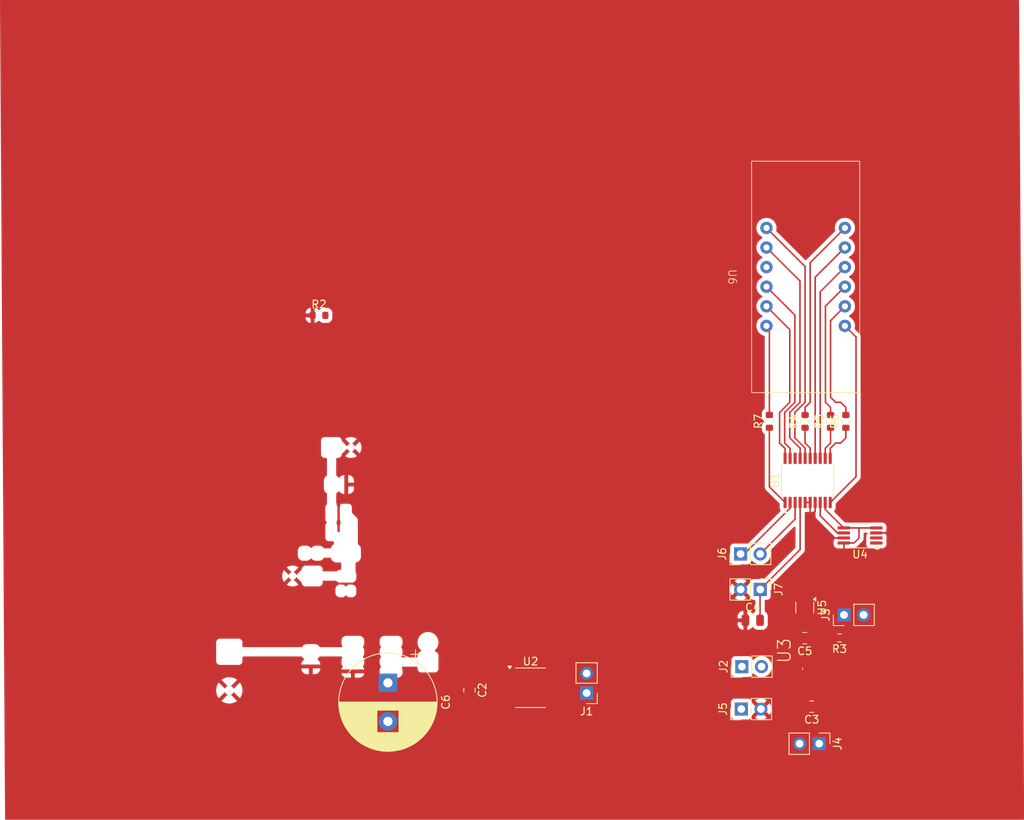
<source format=kicad_pcb>
(kicad_pcb (version 20241229) (generator "pcbnew") (generator_version "9.0")
  (layers (0 "F.Cu" signal) (2 "B.Cu" signal) (13 "F.Paste" user) (15 "B.Paste" user) (5 "F.SilkS" user "F.Silkscreen") (7 "B.SilkS" user "B.Silkscreen") (1 "F.Mask" user) (3 "B.Mask" user) (25 "Edge.Cuts" user))
  (net 0 "")
  (net 1 "GND")
  (net 2 "VCC_5V")
  (net 3 "VCC_3V3")
  (net 4 "Net-(U3--INA)")
  (net 5 "Net-(U3-OUTA)")
  (net 6 "Net-(J1-Pin_1)")
  (net 7 "Vin")
  (net 8 "Net-(R3-Pad1)")
  (net 9 "NRST")
  (net 10 "Net-(J2-Pin_2)")
  (net 11 "COMP_OUT")
  (net 12 "ADC_Control")
  (net 13 "Rx")
  (net 14 "Tx")
  (net 15 "DIG_12")
  (net 16 "DIG_9")
  (net 17 "DIG_8")
  (net 18 "DIG_6")
  (net 20 "DIG_C")
  (net 21 "DIG_A")
  (net 22 "DIG_B")
  (net 28 "Net-(U1-PC5)")
  (net 29 "Net-(U1-PC2)")
  (net 30 "DIG_G")
  (net 31 "DIG_E")
  (net 32 "SWIO")
  (net 33 "DIG_F")
  (net 34 "DIG_D")
  (net 35 "Net-(U1-PC1)")
  (net 36 "Net-(U1-PD4)")
  (footprint "Capacitor_SMD:C_0805_2012Metric" (layer "F.Cu") (at 197.54 137.7881 180)
    (property "Reference" "C3" (at 0 -1.68 0) (layer "F.SilkS"))
    (property "Value" "0.1u")
    (pad "1" smd roundrect (at -0.95 0 180) (size 1 1.45) (layers "F.Cu" "F.Mask" "F.Paste") (net 3 "VCC_3V3"))
    (pad "2" smd roundrect (at 0.95 0 180) (size 1 1.45) (layers "F.Cu" "F.Mask" "F.Paste") (net 1 "GND"))
  )
  (footprint "Connector_PinHeader_2.54mm:PinHeader_1x02_P2.54mm_Vertical" (layer "F.Cu") (at 201.725 125.9 90)
    (property "Reference" "J3" (at 0 -2.38 90) (layer "F.SilkS"))
    (property "Value" "Conn_01x02_Pin")
    (pad "1" thru_hole rect (at 0 0 90) (size 1.7 1.7) (drill 1) (layers "*.Cu" "*.Mask") (net 2 "VCC_5V"))
    (pad "2" thru_hole circle (at 0 2.54 90) (size 1.7 1.7) (drill 1) (layers "*.Cu" "*.Mask") (net 1 "GND"))
  )
  (footprint "Connector_PinHeader_2.54mm:PinHeader_1x02_P2.54mm_Vertical" (layer "F.Cu") (at 190.875 122.6 -90)
    (property "Reference" "J7" (at 0 -2.38 90) (layer "F.SilkS"))
    (property "Value" "Conn_01x02_Pin")
    (pad "1" thru_hole rect (at 0 0 270) (size 1.7 1.7) (drill 1) (layers "*.Cu" "*.Mask") (net 9 "NRST"))
    (pad "2" thru_hole circle (at 0 2.54 270) (size 1.7 1.7) (drill 1) (layers "*.Cu" "*.Mask") (net 1 "GND"))
  )
  (footprint "Package_SO:TSSOP-20_4.4x6.5mm_P0.65mm" (layer "F.Cu") (at 197.015 108.4625 90)
    (property "Reference" "U1" (at 0 -4.2 90) (layer "F.SilkS"))
    (property "Value" "CH32V003FxPx" (hide yes))
    (pad "1" smd roundrect (at -2.8625 -2.925 90) (size 1.475 0.4) (layers "F.Cu" "F.Mask" "F.Paste") (net 36 "Net-(U1-PD4)"))
    (pad "2" smd roundrect (at -2.8625 -2.275 90) (size 1.475 0.4) (layers "F.Cu" "F.Mask" "F.Paste") (net 14 "Tx"))
    (pad "3" smd roundrect (at -2.8625 -1.625 90) (size 1.475 0.4) (layers "F.Cu" "F.Mask" "F.Paste") (net 13 "Rx"))
    (pad "4" smd roundrect (at -2.8625 -0.975 90) (size 1.475 0.4) (layers "F.Cu" "F.Mask" "F.Paste") (net 9 "NRST"))
    (pad "5" smd roundrect (at -2.8625 -0.325 90) (size 1.475 0.4) (layers "F.Cu" "F.Mask" "F.Paste") (net 11 "COMP_OUT"))
    (pad "6" smd roundrect (at -2.8625 0.325 90) (size 1.475 0.4) (layers "F.Cu" "F.Mask" "F.Paste") (net 11 "COMP_OUT"))
    (pad "7" smd roundrect (at -2.8625 0.975 90) (size 1.475 0.4) (layers "F.Cu" "F.Mask" "F.Paste") (net 1 "GND"))
    (pad "8" smd roundrect (at -2.8625 1.625 90) (size 1.475 0.4) (layers "F.Cu" "F.Mask" "F.Paste") (net 12 "ADC_Control"))
    (pad "9" smd roundrect (at -2.8625 2.275 90) (size 1.475 0.4) (layers "F.Cu" "F.Mask" "F.Paste") (net 2 "VCC_5V"))
    (pad "10" smd roundrect (at -2.8625 2.925 90) (size 1.475 0.4) (layers "F.Cu" "F.Mask" "F.Paste") (net 22 "DIG_B"))
    (pad "11" smd roundrect (at 2.8625 2.925 90) (size 1.475 0.4) (layers "F.Cu" "F.Mask" "F.Paste") (net 35 "Net-(U1-PC1)"))
    (pad "12" smd roundrect (at 2.8625 2.275 90) (size 1.475 0.4) (layers "F.Cu" "F.Mask" "F.Paste") (net 29 "Net-(U1-PC2)"))
    (pad "13" smd roundrect (at 2.8625 1.625 90) (size 1.475 0.4) (layers "F.Cu" "F.Mask" "F.Paste") (net 33 "DIG_F"))
    (pad "14" smd roundrect (at 2.8625 0.975 90) (size 1.475 0.4) (layers "F.Cu" "F.Mask" "F.Paste") (net 21 "DIG_A"))
    (pad "15" smd roundrect (at 2.8625 0.325 90) (size 1.475 0.4) (layers "F.Cu" "F.Mask" "F.Paste") (net 28 "Net-(U1-PC5)"))
    (pad "16" smd roundrect (at 2.8625 -0.325 90) (size 1.475 0.4) (layers "F.Cu" "F.Mask" "F.Paste") (net 31 "DIG_E"))
    (pad "17" smd roundrect (at 2.8625 -0.975 90) (size 1.475 0.4) (layers "F.Cu" "F.Mask" "F.Paste") (net 34 "DIG_D"))
    (pad "18" smd roundrect (at 2.8625 -1.625 90) (size 1.475 0.4) (layers "F.Cu" "F.Mask" "F.Paste") (net 32 "SWIO"))
    (pad "19" smd roundrect (at 2.8625 -2.275 90) (size 1.475 0.4) (layers "F.Cu" "F.Mask" "F.Paste") (net 20 "DIG_C"))
    (pad "20" smd roundrect (at 2.8625 -2.925 90) (size 1.475 0.4) (layers "F.Cu" "F.Mask" "F.Paste") (net 30 "DIG_G"))
  )
  (footprint "Capacitor_THT:CP_Radial_D12.5mm_P5.00mm" (layer "F.Cu") (at 142.645 134.7 -90)
    (property "Reference" "C6" (at 2.5 -7.5 90) (layer "F.SilkS"))
    (property "Value" "100u")
    (pad "1" thru_hole rect (at 0 0 270) (size 2.4 2.4) (drill 1.2) (layers "*.Cu" "*.Mask") (net 2 "VCC_5V"))
    (pad "2" thru_hole circle (at 5 0 270) (size 2.4 2.4) (drill 1.2) (layers "*.Cu" "*.Mask") (net 1 "GND"))
  )
  (footprint "Package_TO_SOT_SMD:SOT-363_SC-70-6" (layer "F.Cu") (at 196.64 124.95 -90)
    (property "Reference" "U5" (at 0 -2.25 90) (layer "F.SilkS"))
    (property "Value" "LTC6752xSC6-4")
    (pad "1" smd roundrect (at -0.95 -0.65 270) (size 0.65 0.4) (layers "F.Cu" "F.Mask" "F.Paste") (net 11 "COMP_OUT"))
    (pad "2" smd roundrect (at -0.95 0 270) (size 0.65 0.4) (layers "F.Cu" "F.Mask" "F.Paste") (net 1 "GND"))
    (pad "3" smd roundrect (at -0.95 0.65 270) (size 0.65 0.4) (layers "F.Cu" "F.Mask" "F.Paste") (net 3 "VCC_3V3"))
    (pad "4" smd roundrect (at 0.95 0.65 270) (size 0.65 0.4) (layers "F.Cu" "F.Mask" "F.Paste") (net 5 "Net-(U3-OUTA)"))
    (pad "5" smd roundrect (at 0.95 0 270) (size 0.65 0.4) (layers "F.Cu" "F.Mask" "F.Paste") (net 2 "VCC_5V"))
    (pad "6" smd roundrect (at 0.95 -0.65 270) (size 0.65 0.4) (layers "F.Cu" "F.Mask" "F.Paste") (net 2 "VCC_5V"))
  )
  (footprint "Connector_PinHeader_2.54mm:PinHeader_1x02_P2.54mm_Vertical" (layer "F.Cu") (at 198.515 142.5881 -90)
    (property "Reference" "J4" (at 0 -2.38 90) (layer "F.SilkS"))
    (property "Value" "Conn_01x02_Pin")
    (pad "1" thru_hole rect (at 0 0 270) (size 1.7 1.7) (drill 1) (layers "*.Cu" "*.Mask") (net 3 "VCC_3V3"))
    (pad "2" thru_hole circle (at 0 2.54 270) (size 1.7 1.7) (drill 1) (layers "*.Cu" "*.Mask") (net 1 "GND"))
  )
  (footprint "Capacitor_SMD:C_0805_2012Metric" (layer "F.Cu") (at 189.9 126.6)
    (property "Reference" "C4" (at 0 -1.68 0) (layer "F.SilkS"))
    (property "Value" "0.1u")
    (pad "1" smd roundrect (at -0.95 0) (size 1 1.45) (layers "F.Cu" "F.Mask" "F.Paste") (net 1 "GND"))
    (pad "2" smd roundrect (at 0.95 0) (size 1 1.45) (layers "F.Cu" "F.Mask" "F.Paste") (net 9 "NRST"))
  )
  (footprint "Capacitor_SMD:C_0805_2012Metric" (layer "F.Cu") (at 153.205 135.65 -90)
    (property "Reference" "C2" (at 0 -1.68 90) (layer "F.SilkS"))
    (property "Value" "0.1u")
    (pad "1" smd roundrect (at -0.95 0 270) (size 1 1.45) (layers "F.Cu" "F.Mask" "F.Paste") (net 2 "VCC_5V"))
    (pad "2" smd roundrect (at 0.95 0 270) (size 1 1.45) (layers "F.Cu" "F.Mask" "F.Paste") (net 1 "GND"))
  )
  (footprint "Connector_PinHeader_2.54mm:PinHeader_1x02_P2.54mm_Vertical" (layer "F.Cu") (at 188.325 118 90)
    (property "Reference" "J6" (at 0 -2.38 90) (layer "F.SilkS"))
    (property "Value" "Conn_01x02_Pin")
    (pad "1" thru_hole rect (at 0 0 90) (size 1.7 1.7) (drill 1) (layers "*.Cu" "*.Mask") (net 14 "Tx"))
    (pad "2" thru_hole circle (at 0 2.54 90) (size 1.7 1.7) (drill 1) (layers "*.Cu" "*.Mask") (net 13 "Rx"))
  )
  (footprint "Resistor_SMD:R_0603_1608Metric" (layer "F.Cu") (at 201.14 128.8881 180)
    (property "Reference" "R3" (at 0 -1.43 0) (layer "F.SilkS"))
    (property "Value" "100k")
    (pad "1" smd roundrect (at -0.825 0 180) (size 0.8 0.95) (layers "F.Cu" "F.Mask" "F.Paste") (net 8 "Net-(R3-Pad1)"))
    (pad "2" smd roundrect (at 0.825 0 180) (size 0.8 0.95) (layers "F.Cu" "F.Mask" "F.Paste") (net 4 "Net-(U3--INA)"))
  )
  (footprint "Resistor_SMD:R_0603_1608Metric" (layer "F.Cu") (at 196.68 100.815 90)
    (property "Reference" "R4" (at 0 -1.43 90) (layer "F.SilkS"))
    (property "Value" "330")
    (pad "1" smd roundrect (at -0.825 0 90) (size 0.8 0.95) (layers "F.Cu" "F.Mask" "F.Paste") (net 28 "Net-(U1-PC5)"))
    (pad "2" smd roundrect (at 0.825 0 90) (size 0.8 0.95) (layers "F.Cu" "F.Mask" "F.Paste") (net 15 "DIG_12"))
  )
  (footprint "Package_SO:SOIC-8_3.9x4.9mm_P1.27mm" (layer "F.Cu") (at 161.125 135.335)
    (property "Reference" "U2" (at 0 -3.4 0) (layer "F.SilkS"))
    (property "Value" "ADR4533")
    (pad "1" smd roundrect (at -2.475 -1.905) (size 1.95 0.6) (layers "F.Cu" "F.Mask" "F.Paste"))
    (pad "2" smd roundrect (at -2.475 -0.635) (size 1.95 0.6) (layers "F.Cu" "F.Mask" "F.Paste") (net 2 "VCC_5V"))
    (pad "3" smd roundrect (at -2.475 0.635) (size 1.95 0.6) (layers "F.Cu" "F.Mask" "F.Paste"))
    (pad "4" smd roundrect (at -2.475 1.905) (size 1.95 0.6) (layers "F.Cu" "F.Mask" "F.Paste") (net 1 "GND"))
    (pad "5" smd roundrect (at 2.475 1.905) (size 1.95 0.6) (layers "F.Cu" "F.Mask" "F.Paste"))
    (pad "6" smd roundrect (at 2.475 0.635) (size 1.95 0.6) (layers "F.Cu" "F.Mask" "F.Paste") (net 6 "Net-(J1-Pin_1)"))
    (pad "7" smd roundrect (at 2.475 -0.635) (size 1.95 0.6) (layers "F.Cu" "F.Mask" "F.Paste"))
    (pad "8" smd roundrect (at 2.475 -1.905) (size 1.95 0.6) (layers "F.Cu" "F.Mask" "F.Paste"))
  )
  (footprint "Capacitor_SMD:C_0805_2012Metric" (layer "F.Cu") (at 196.64 128.91 180)
    (property "Reference" "C5" (at 0 -1.68 0) (layer "F.SilkS"))
    (property "Value" "130p")
    (pad "1" smd roundrect (at -0.95 0 180) (size 1 1.45) (layers "F.Cu" "F.Mask" "F.Paste") (net 4 "Net-(U3--INA)"))
    (pad "2" smd roundrect (at 0.95 0 180) (size 1 1.45) (layers "F.Cu" "F.Mask" "F.Paste") (net 5 "Net-(U3-OUTA)"))
  )
  (footprint "Resistor_SMD:R_0603_1608Metric" (layer "F.Cu") (at 199.98 100.815 90)
    (property "Reference" "R5" (at 0 -1.43 90) (layer "F.SilkS"))
    (property "Value" "330")
    (pad "1" smd roundrect (at -0.825 0 90) (size 0.8 0.95) (layers "F.Cu" "F.Mask" "F.Paste") (net 29 "Net-(U1-PC2)"))
    (pad "2" smd roundrect (at 0.825 0 90) (size 0.8 0.95) (layers "F.Cu" "F.Mask" "F.Paste") (net 16 "DIG_9"))
  )
  (footprint "footprints:SOT95P290X145-5N" (layer "F.Cu") (at 197.5798 132.87 90)
    (property "Reference" "U3" (at 2.340085 -3.586435 90) (layer "F.SilkS") (effects (font (size 1.642307 1.642307))))
    (property "Value" "AD8605ARTZ-R2")
    (pad "1" smd rect (at -1.1938 -0.9398 90) (size 1.4732 0.5588) (layers "F.Cu" "F.Mask" "F.Paste") (net 5 "Net-(U3-OUTA)"))
    (pad "2" smd rect (at -1.1938 0 90) (size 1.4732 0.5588) (layers "F.Cu" "F.Mask" "F.Paste") (net 1 "GND"))
    (pad "3" smd rect (at -1.1938 0.9398 90) (size 1.4732 0.5588) (layers "F.Cu" "F.Mask" "F.Paste") (net 3 "VCC_3V3"))
    (pad "4" smd rect (at 1.1938 0.9398 90) (size 1.4732 0.5588) (layers "F.Cu" "F.Mask" "F.Paste") (net 4 "Net-(U3--INA)"))
    (pad "5" smd rect (at 1.1938 -0.9398 90) (size 1.4732 0.5588) (layers "F.Cu" "F.Mask" "F.Paste") (net 2 "VCC_5V"))
  )
  (footprint "Package_SO:MSOP-8_3x3mm_P0.65mm" (layer "F.Cu") (at 203.8 115.6 180)
    (property "Reference" "U4" (at 0 -2.45 0) (layer "F.SilkS"))
    (property "Value" "ADG419BRM" (hide yes))
    (pad "1" smd roundrect (at -2.1125 -0.975 180) (size 1.625 0.4) (layers "F.Cu" "F.Mask" "F.Paste") (net 8 "Net-(R3-Pad1)"))
    (pad "2" smd roundrect (at -2.1125 -0.325 180) (size 1.625 0.4) (layers "F.Cu" "F.Mask" "F.Paste") (net 10 "Net-(J2-Pin_2)"))
    (pad "3" smd roundrect (at -2.1125 0.325 180) (size 1.625 0.4) (layers "F.Cu" "F.Mask" "F.Paste") (net 1 "GND"))
    (pad "4" smd roundrect (at -2.1125 0.975 180) (size 1.625 0.4) (layers "F.Cu" "F.Mask" "F.Paste") (net 2 "VCC_5V"))
    (pad "5" smd roundrect (at 2.1125 0.975 180) (size 1.625 0.4) (layers "F.Cu" "F.Mask" "F.Paste") (net 2 "VCC_5V"))
    (pad "6" smd roundrect (at 2.1125 0.325 180) (size 1.625 0.4) (layers "F.Cu" "F.Mask" "F.Paste") (net 12 "ADC_Control"))
    (pad "7" smd roundrect (at 2.1125 -0.325 180) (size 1.625 0.4) (layers "F.Cu" "F.Mask" "F.Paste") (net 1 "GND"))
    (pad "8" smd roundrect (at 2.1125 -0.975 180) (size 1.625 0.4) (layers "F.Cu" "F.Mask" "F.Paste") (net 2 "VCC_5V"))
  )
  (footprint "Connector_PinHeader_2.54mm:PinHeader_1x02_P2.54mm_Vertical" (layer "F.Cu") (at 188.425 138.1 90)
    (property "Reference" "J5" (at 0 -2.38 90) (layer "F.SilkS"))
    (property "Value" "Conn_01x02_Pin")
    (pad "1" thru_hole rect (at 0 0 90) (size 1.7 1.7) (drill 1) (layers "*.Cu" "*.Mask") (net 7 "Vin"))
    (pad "2" thru_hole circle (at 0 2.54 90) (size 1.7 1.7) (drill 1) (layers "*.Cu" "*.Mask") (net 1 "GND"))
  )
  (footprint "Resistor_SMD:R_0603_1608Metric" (layer "F.Cu") (at 192.06 100.815 90)
    (property "Reference" "R7" (at 0 -1.43 90) (layer "F.SilkS"))
    (property "Value" "330")
    (pad "1" smd roundrect (at -0.825 0 90) (size 0.8 0.95) (layers "F.Cu" "F.Mask" "F.Paste") (net 36 "Net-(U1-PD4)"))
    (pad "2" smd roundrect (at 0.825 0 90) (size 0.8 0.95) (layers "F.Cu" "F.Mask" "F.Paste") (net 18 "DIG_6"))
  )
  (footprint "3461BS_4Digit_7SegDisplay:3461BS_4Digit_7SegDisplay" (layer "F.Cu") (at 196.76 82.09 -90)
    (property "Reference" "U6" (at 0 9.5 270) (layer "F.SilkS") (effects (font (thickness 0.1))))
    (property "Value" "CA56-12EWA")
    (pad "1" thru_hole circle (at -6.35 5.08 270) (size 1.6 1.6) (drill 0.8) (layers "*.Cu" "*.Mask") (net 31 "DIG_E"))
    (pad "2" thru_hole circle (at -3.81 5.08 270) (size 1.6 1.6) (drill 0.8) (layers "*.Cu" "*.Mask") (net 34 "DIG_D"))
    (pad "3" thru_hole circle (at -1.27 5.08 270) (size 1.6 1.6) (drill 0.8) (layers "*.Cu" "*.Mask"))
    (pad "4" thru_hole circle (at 1.27 5.08 270) (size 1.6 1.6) (drill 0.8) (layers "*.Cu" "*.Mask") (net 20 "DIG_C"))
    (pad "5" thru_hole circle (at 3.81 5.08 270) (size 1.6 1.6) (drill 0.8) (layers "*.Cu" "*.Mask") (net 30 "DIG_G"))
    (pad "6" thru_hole circle (at 6.35 5.08 270) (size 1.6 1.6) (drill 0.8) (layers "*.Cu" "*.Mask") (net 18 "DIG_6"))
    (pad "7" thru_hole circle (at 6.35 -5.08 270) (size 1.6 1.6) (drill 0.8) (layers "*.Cu" "*.Mask") (net 22 "DIG_B"))
    (pad "8" thru_hole circle (at 3.81 -5.08 270) (size 1.6 1.6) (drill 0.8) (layers "*.Cu" "*.Mask") (net 17 "DIG_8"))
    (pad "9" thru_hole circle (at 1.27 -5.08 270) (size 1.6 1.6) (drill 0.8) (layers "*.Cu" "*.Mask") (net 16 "DIG_9"))
    (pad "10" thru_hole circle (at -1.27 -5.08 270) (size 1.6 1.6) (drill 0.8) (layers "*.Cu" "*.Mask") (net 33 "DIG_F"))
    (pad "11" thru_hole circle (at -3.81 -5.08 270) (size 1.6 1.6) (drill 0.8) (layers "*.Cu" "*.Mask") (net 21 "DIG_A"))
    (pad "12" thru_hole circle (at -6.35 -5.08 270) (size 1.6 1.6) (drill 0.8) (layers "*.Cu" "*.Mask") (net 15 "DIG_12"))
  )
  (footprint "Connector_PinHeader_2.54mm:PinHeader_1x02_P2.54mm_Vertical" (layer "F.Cu") (at 188.5 132.6 90)
    (property "Reference" "J2" (at 0 -2.38 90) (layer "F.SilkS"))
    (property "Value" "Conn_01x02_Pin")
    (pad "1" thru_hole rect (at 0 0 90) (size 1.7 1.7) (drill 1) (layers "*.Cu" "*.Mask") (net 7 "Vin"))
    (pad "2" thru_hole circle (at 0 2.54 90) (size 1.7 1.7) (drill 1) (layers "*.Cu" "*.Mask") (net 10 "Net-(J2-Pin_2)"))
  )
  (footprint "Resistor_SMD:R_0603_1608Metric" (layer "F.Cu") (at 133.7175 87.075)
    (property "Reference" "R2" (at 0 -1.43 0) (layer "F.SilkS"))
    (property "Value" "10Meg")
    (pad "1" smd roundrect (at -0.825 0) (size 0.8 0.95) (layers "F.Cu" "F.Mask" "F.Paste") (net 1 "GND"))
    (pad "2" smd roundrect (at 0.825 0) (size 0.8 0.95) (layers "F.Cu" "F.Mask" "F.Paste") (net 7 "Vin"))
  )
  (footprint "Resistor_SMD:R_0603_1608Metric" (layer "F.Cu") (at 201.96 100.815 90)
    (property "Reference" "R6" (at 0 -1.43 90) (layer "F.SilkS"))
    (property "Value" "330")
    (pad "1" smd roundrect (at -0.825 0 90) (size 0.8 0.95) (layers "F.Cu" "F.Mask" "F.Paste") (net 35 "Net-(U1-PC1)"))
    (pad "2" smd roundrect (at 0.825 0 90) (size 0.8 0.95) (layers "F.Cu" "F.Mask" "F.Paste") (net 17 "DIG_8"))
  )
  (footprint "Connector_PinHeader_2.54mm:PinHeader_1x02_P2.54mm_Vertical" (layer "F.Cu") (at 168.385 136.02 180)
    (property "Reference" "J1" (at 0 -2.38 0) (layer "F.SilkS"))
    (property "Value" "Conn_01x02_Pin")
    (pad "1" thru_hole rect (at 0 0 180) (size 1.7 1.7) (drill 1) (layers "*.Cu" "*.Mask") (net 6 "Net-(J1-Pin_1)"))
    (pad "2" thru_hole circle (at 0 2.54 180) (size 1.7 1.7) (drill 1) (layers "*.Cu" "*.Mask") (net 3 "VCC_3V3"))
  )
  (segment (start 205.9125 115.275) (end 206.9675 115.275) (width 0.2) (layer "F.Cu") (net 1))
  (segment (start 197.99 111.325) (end 197.99 112.49) (width 0.2) (layer "F.Cu") (net 1))
  (segment (start 198.01 111.345) (end 197.99 111.325) (width 0.2) (layer "F.Cu") (net 1))
  (segment (start 201.6875 115.925) (end 200.425 115.925) (width 0.2) (layer "F.Cu") (net 1))
  (segment (start 197.32 125.93) (end 197.29 125.9) (width 0.2) (layer "F.Cu") (net 2))
  (segment (start 203.6675 114.625) (end 201.6875 114.625) (width 0.2) (layer "F.Cu") (net 2))
  (segment (start 201.6875 116.575) (end 203.0275 116.575) (width 0.2) (layer "F.Cu") (net 2))
  (segment (start 205.9125 114.625) (end 203.6675 114.625) (width 0.2) (layer "F.Cu") (net 2))
  (segment (start 201.725 125.9) (end 201.725 116.6125) (width 0.2) (layer "F.Cu") (net 2))
  (segment (start 203.0275 116.575) (end 203.6675 115.935) (width 0.2) (layer "F.Cu") (net 2))
  (segment (start 142.645 134.7) (end 153.205 134.7) (width 0.2) (layer "F.Cu") (net 2))
  (segment (start 158.65 134.7) (end 153.205 134.7) (width 0.2) (layer "F.Cu") (net 2))
  (segment (start 203.6675 115.935) (end 203.6675 114.625) (width 0.2) (layer "F.Cu") (net 2))
  (segment (start 199.29 112.2275) (end 199.29 111.325) (width 0.2) (layer "F.Cu") (net 2))
  (segment (start 199.31 111.345) (end 199.29 111.325) (width 0.2) (layer "F.Cu") (net 2))
  (segment (start 201.725 116.6125) (end 201.6875 116.575) (width 0.2) (layer "F.Cu") (net 2))
  (segment (start 201.6875 114.625) (end 199.29 112.2275) (width 0.2) (layer "F.Cu") (net 2))
  (segment (start 201.725 125.9) (end 197.29 125.9) (width 0.2) (layer "F.Cu") (net 2))
  (segment (start 196.64 125.9) (end 196.64 131.6762) (width 0.2) (layer "F.Cu") (net 2))
  (segment (start 196.64 125.9) (end 197.29 125.9) (width 0.2) (layer "F.Cu") (net 2))
  (segment (start 198.49 134.0934) (end 198.5196 134.0638) (width 0.2) (layer "F.Cu") (net 3))
  (segment (start 198.49 137.7881) (end 198.49 142.5631) (width 0.2) (layer "F.Cu") (net 3))
  (segment (start 198.49 137.7881) (end 198.49 134.0934) (width 0.2) (layer "F.Cu") (net 3))
  (segment (start 198.49 142.5631) (end 198.515 142.5881) (width 0.2) (layer "F.Cu") (net 3))
  (segment (start 197.59 130.7466) (end 198.5196 131.6762) (width 0.2) (layer "F.Cu") (net 4))
  (segment (start 197.59 128.91) (end 197.59 130.7466) (width 0.2) (layer "F.Cu") (net 4))
  (segment (start 197.59 128.91) (end 200.2931 128.91) (width 0.2) (layer "F.Cu") (net 4))
  (segment (start 200.2931 128.91) (end 200.315 128.8881) (width 0.2) (layer "F.Cu") (net 4))
  (segment (start 195.69 133.1138) (end 196.64 134.0638) (width 0.2) (layer "F.Cu") (net 5))
  (segment (start 195.69 128.91) (end 195.69 133.1138) (width 0.2) (layer "F.Cu") (net 5))
  (segment (start 195.99 128.61) (end 195.69 128.91) (width 0.2) (layer "F.Cu") (net 5))
  (segment (start 195.99 125.9) (end 195.99 128.61) (width 0.2) (layer "F.Cu") (net 5))
  (segment (start 163.65 136.02) (end 163.6 135.97) (width 0.2) (layer "F.Cu") (net 6))
  (segment (start 168.385 136.02) (end 163.65 136.02) (width 0.2) (layer "F.Cu") (net 6))
  (segment (start 196.04 111.325) (end 196.04 117.435) (width 0.2) (layer "F.Cu") (net 9))
  (segment (start 196.04 117.435) (end 190.875 122.6) (width 0.2) (layer "F.Cu") (net 9))
  (segment (start 190.85 126.6) (end 190.85 122.625) (width 0.2) (layer "F.Cu") (net 9))
  (segment (start 190.85 122.625) (end 190.875 122.6) (width 0.2) (layer "F.Cu") (net 9))
  (segment (start 197.34 111.325) (end 197.34 123.95) (width 0.2) (layer "F.Cu") (net 11))
  (segment (start 196.69 111.325) (end 197.34 111.325) (width 0.2) (layer "F.Cu") (net 11))
  (segment (start 197.34 123.95) (end 197.29 124) (width 0.2) (layer "F.Cu") (net 11))
  (segment (start 201.0275 115.275) (end 201.0075 115.295) (width 0.2) (layer "F.Cu") (net 12))
  (segment (start 198.64 113.039999) (end 200.875001 115.275) (width 0.2) (layer "F.Cu") (net 12))
  (segment (start 201.6875 115.275) (end 201.0275 115.275) (width 0.2) (layer "F.Cu") (net 12))
  (segment (start 200.875001 115.275) (end 201.6875 115.275) (width 0.2) (layer "F.Cu") (net 12))
  (segment (start 198.64 111.325) (end 198.64 113.039999) (width 0.2) (layer "F.Cu") (net 12))
  (segment (start 195.39 113.475) (end 190.865 118) (width 0.2) (layer "F.Cu") (net 13))
  (segment (start 195.39 111.325) (end 195.39 113.475) (width 0.2) (layer "F.Cu") (net 13))
  (segment (start 188.802499 118) (end 188.325 118) (width 0.2) (layer "F.Cu") (net 14))
  (segment (start 194.74 112.062499) (end 188.802499 118) (width 0.2) (layer "F.Cu") (net 14))
  (segment (start 194.74 111.325) (end 194.74 112.062499) (width 0.2) (layer "F.Cu") (net 14))
  (segment (start 197.34 98.34) (end 197.34 80.24) (width 0.2) (layer "F.Cu") (net 15))
  (segment (start 197.34 80.24) (end 201.84 75.74) (width 0.2) (layer "F.Cu") (net 15))
  (segment (start 196.68 99) (end 197.34 98.34) (width 0.2) (layer "F.Cu") (net 15))
  (segment (start 196.68 99.99) (end 196.68 99) (width 0.2) (layer "F.Cu") (net 15))
  (segment (start 199.32 98.34) (end 199.32 85.88) (width 0.2) (layer "F.Cu") (net 16))
  (segment (start 199.98 99) (end 199.32 98.34) (width 0.2) (layer "F.Cu") (net 16))
  (segment (start 199.98 99.99) (end 199.98 99) (width 0.2) (layer "F.Cu") (net 16))
  (segment (start 199.32 85.88) (end 201.84 83.36) (width 0.2) (layer "F.Cu") (net 16))
  (segment (start 200.64 98.34) (end 199.98 97.68) (width 0.2) (layer "F.Cu") (net 17))
  (segment (start 201.96 99.99) (end 201.96 99) (width 0.2) (layer "F.Cu") (net 17))
  (segment (start 199.98 97.68) (end 199.98 87.76) (width 0.2) (layer "F.Cu") (net 17))
  (segment (start 199.98 87.76) (end 201.84 85.9) (width 0.2) (layer "F.Cu") (net 17))
  (segment (start 201.96 99) (end 201.3 98.34) (width 0.2) (layer "F.Cu") (net 17))
  (segment (start 201.3 98.34) (end 200.64 98.34) (width 0.2) (layer "F.Cu") (net 17))
  (segment (start 191.07 88.08) (end 191.05 88.06) (width 0.2) (layer "F.Cu") (net 18))
  (segment (start 192.06 99.99) (end 192.06 88.82) (width 0.2) (layer "F.Cu") (net 18))
  (segment (start 192.06 88.82) (end 191.68 88.44) (width 0.2) (layer "F.Cu") (net 18))
  (segment (start 194.74 105.6) (end 194.74 104.32) (width 0.2) (layer "F.Cu") (net 20))
  (segment (start 195.36 87.04) (end 191.68 83.36) (width 0.2) (layer "F.Cu") (net 20))
  (segment (start 194.74 104.32) (end 194.04 103.62) (width 0.2) (layer "F.Cu") (net 20))
  (segment (start 195.36 98.34) (end 195.36 87.04) (width 0.2) (layer "F.Cu") (net 20))
  (segment (start 194.04 103.62) (end 194.04 99.66) (width 0.2) (layer "F.Cu") (net 20))
  (segment (start 194.04 99.66) (end 195.36 98.34) (width 0.2) (layer "F.Cu") (net 20))
  (segment (start 197.99 105.6) (end 198.116 105.474) (width 0.2) (layer "F.Cu") (net 21))
  (segment (start 197.99 105.6) (end 197.99 82.13) (width 0.2) (layer "F.Cu") (net 21))
  (segment (start 197.99 82.13) (end 201.84 78.28) (width 0.2) (layer "F.Cu") (net 21))
  (segment (start 201.84 88.44) (end 203.28 89.88) (width 0.2) (layer "F.Cu") (net 22))
  (segment (start 199.94 111.325) (end 203.28 107.985) (width 0.2) (layer "F.Cu") (net 22))
  (segment (start 203.28 107.985) (end 203.28 89.88) (width 0.2) (layer "F.Cu") (net 22))
  (segment (start 196.68 103.62) (end 196.68 101.64) (width 0.2) (layer "F.Cu") (net 28))
  (segment (start 197.34 105.6) (end 197.34 104.28) (width 0.2) (layer "F.Cu") (net 28))
  (segment (start 197.34 104.28) (end 196.68 103.62) (width 0.2) (layer "F.Cu") (net 28))
  (segment (start 199.98 103.62) (end 199.98 101.64) (width 0.2) (layer "F.Cu") (net 29))
  (segment (start 199.29 104.31) (end 199.98 103.62) (width 0.2) (layer "F.Cu") (net 29))
  (segment (start 199.29 105.6) (end 199.29 104.31) (width 0.2) (layer "F.Cu") (net 29))
  (segment (start 193.38 103.62) (end 193.38 99.66) (width 0.2) (layer "F.Cu") (net 30))
  (segment (start 194.09 104.33) (end 193.38 103.62) (width 0.2) (layer "F.Cu") (net 30))
  (segment (start 194.7 88.92) (end 191.68 85.9) (width 0.2) (layer "F.Cu") (net 30))
  (segment (start 194.09 105.6) (end 194.09 104.33) (width 0.2) (layer "F.Cu") (net 30))
  (segment (start 193.38 99.66) (end 194.7 98.34) (width 0.2) (layer "F.Cu") (net 30))
  (segment (start 194.7 98.34) (end 194.7 88.92) (width 0.2) (layer "F.Cu") (net 30))
  (segment (start 196.68 98.34) (end 196.68 80.74) (width 0.2) (layer "F.Cu") (net 31))
  (segment (start 196.68 80.74) (end 191.68 75.74) (width 0.2) (layer "F.Cu") (net 31))
  (segment (start 196.69 105.6) (end 196.69 104.29) (width 0.2) (layer "F.Cu") (net 31))
  (segment (start 196.69 104.29) (end 195.36 102.96) (width 0.2) (layer "F.Cu") (net 31))
  (segment (start 195.36 99.66) (end 196.68 98.34) (width 0.2) (layer "F.Cu") (net 31))
  (segment (start 195.36 102.96) (end 195.36 99.66) (width 0.2) (layer "F.Cu") (net 31))
  (segment (start 198.64 84.02) (end 201.84 80.82) (width 0.2) (layer "F.Cu") (net 33))
  (segment (start 198.64 105.6) (end 198.64 84.02) (width 0.2) (layer "F.Cu") (net 33))
  (segment (start 196.02 98.34) (end 196.02 82.62) (width 0.2) (layer "F.Cu") (net 34))
  (segment (start 194.7 99.66) (end 196.02 98.34) (width 0.2) (layer "F.Cu") (net 34))
  (segment (start 196.04 104.3) (end 194.7 102.96) (width 0.2) (layer "F.Cu") (net 34))
  (segment (start 196.02 82.62) (end 191.68 78.28) (width 0.2) (layer "F.Cu") (net 34))
  (segment (start 194.7 102.96) (end 194.7 99.66) (width 0.2) (layer "F.Cu") (net 34))
  (segment (start 196.04 105.6) (end 196.04 104.3) (width 0.2) (layer "F.Cu") (net 34))
  (segment (start 199.94 105.6) (end 199.94 104.32) (width 0.2) (layer "F.Cu") (net 35))
  (segment (start 201.3 103.62) (end 201.96 102.96) (width 0.2) (layer "F.Cu") (net 35))
  (segment (start 201.96 102.96) (end 201.96 101.64) (width 0.2) (layer "F.Cu") (net 35))
  (segment (start 200.64 103.62) (end 201.3 103.62) (width 0.2) (layer "F.Cu") (net 35))
  (segment (start 199.94 104.32) (end 200.64 103.62) (width 0.2) (layer "F.Cu") (net 35))
  (segment (start 192.06 101.64) (end 192.06 109.295) (width 0.2) (layer "F.Cu") (net 36))
  (segment (start 192.06 109.295) (end 194.09 111.325) (width 0.2) (layer "F.Cu") (net 36))
  (zone (net 1) (net_name "GND") (layer "F.Cu") (connect_pads (clearance 0.5)) (min_thickness 0.25) (fill yes (thermal_gap 0.5) (thermal_bridge_width 0.5))
    (polygon (pts (xy 224.4 46.2) (xy 92.4 46.2) (xy 93.06 152.46) (xy 225.06 152.46)))
  )
)
</source>
